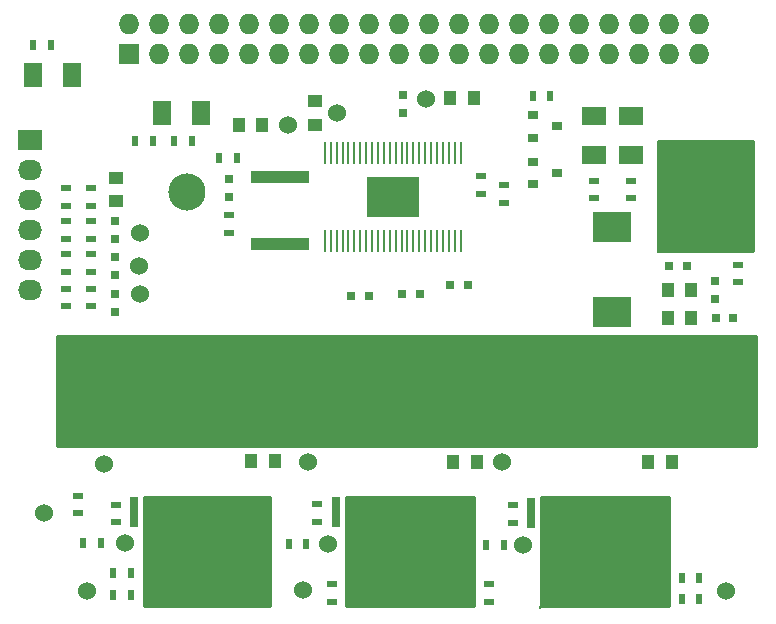
<source format=gbr>
G04 #@! TF.FileFunction,Soldermask,Top*
%FSLAX46Y46*%
G04 Gerber Fmt 4.6, Leading zero omitted, Abs format (unit mm)*
G04 Created by KiCad (PCBNEW (2015-05-26 BZR 5684)-product) date Wed 21 Oct 2015 04:34:03 PM PDT*
%MOMM*%
G01*
G04 APERTURE LIST*
%ADD10C,0.100000*%
%ADD11C,0.200000*%
%ADD12R,0.279400X1.981200*%
%ADD13R,4.417060X3.479800*%
%ADD14C,3.149600*%
%ADD15R,1.000000X1.250000*%
%ADD16R,1.250000X1.000000*%
%ADD17R,5.000000X1.000000*%
%ADD18R,1.524000X2.032000*%
%ADD19R,2.032000X1.524000*%
%ADD20R,3.200000X2.600000*%
%ADD21R,2.032000X1.727200*%
%ADD22O,2.032000X1.727200*%
%ADD23R,1.727200X1.727200*%
%ADD24O,1.727200X1.727200*%
%ADD25R,0.899160X0.797560*%
%ADD26R,10.160000X7.620000*%
%ADD27R,0.700000X2.540000*%
%ADD28R,0.500000X0.900000*%
%ADD29R,0.900000X0.500000*%
%ADD30C,1.524000*%
%ADD31R,0.750000X0.800000*%
%ADD32R,0.800000X0.750000*%
%ADD33C,0.254000*%
G04 APERTURE END LIST*
D10*
D11*
X174371000Y-90424000D02*
X174371000Y-90297000D01*
X164338000Y-120523000D02*
X164338000Y-120396000D01*
D12*
X157627020Y-82042000D03*
X157126640Y-82042000D03*
X156628800Y-82042000D03*
X156128420Y-82042000D03*
X155628040Y-82042000D03*
X155127660Y-82042000D03*
X154627280Y-82042000D03*
X154126900Y-82042000D03*
X153626520Y-82042000D03*
X153128680Y-82042000D03*
X152628300Y-82042000D03*
X152127920Y-82042000D03*
X151630080Y-82042000D03*
X151129700Y-82042000D03*
X150629320Y-82042000D03*
X150131480Y-82042000D03*
X149631100Y-82042000D03*
X149130720Y-82042000D03*
X148630340Y-82042000D03*
X148129960Y-82042000D03*
X147629580Y-82042000D03*
X147129200Y-82042000D03*
X146631360Y-82042000D03*
X146130980Y-82042000D03*
X146130980Y-89484200D03*
X146631360Y-89484200D03*
X147129200Y-89484200D03*
X147629580Y-89484200D03*
X148129960Y-89484200D03*
X148630340Y-89484200D03*
X149130720Y-89484200D03*
X149631100Y-89484200D03*
X150131480Y-89484200D03*
X150629320Y-89484200D03*
X151129700Y-89484200D03*
X151630080Y-89484200D03*
X152127920Y-89484200D03*
X152628300Y-89484200D03*
X153128680Y-89484200D03*
X153626520Y-89484200D03*
X154126900Y-89484200D03*
X154627280Y-89484200D03*
X155127660Y-89484200D03*
X155628040Y-89484200D03*
X156128420Y-89484200D03*
X156628800Y-89484200D03*
X157126640Y-89484200D03*
X157627020Y-89484200D03*
D13*
X151879000Y-85763100D03*
D14*
X169926000Y-115951000D03*
X153416000Y-116078000D03*
X136017000Y-115951000D03*
X126238000Y-101727000D03*
X179578000Y-102298000D03*
X178181000Y-85407500D03*
D15*
X156734000Y-77343000D03*
X158734000Y-77343000D03*
D16*
X145288000Y-79613000D03*
X145288000Y-77613000D03*
D15*
X140827000Y-79629000D03*
X138827000Y-79629000D03*
D17*
X142367000Y-89668000D03*
X142367000Y-84068000D03*
D15*
X173523000Y-108166000D03*
X175523000Y-108166000D03*
X156975000Y-108128000D03*
X158975000Y-108128000D03*
X139881000Y-108077000D03*
X141881000Y-108077000D03*
D16*
X128460000Y-84090000D03*
X128460000Y-86090000D03*
D15*
X177149000Y-96012000D03*
X175149000Y-96012000D03*
X177149000Y-93599000D03*
X175149000Y-93599000D03*
D18*
X135636000Y-78613000D03*
X132334000Y-78613000D03*
D19*
X172085000Y-82169000D03*
X172085000Y-78867000D03*
X168910000Y-82169000D03*
X168910000Y-78867000D03*
D18*
X121437000Y-75438000D03*
X124739000Y-75438000D03*
D20*
X170434000Y-88271800D03*
X170434000Y-95471800D03*
D21*
X121209000Y-80873600D03*
D22*
X121209000Y-83413600D03*
X121209000Y-85953600D03*
X121209000Y-88493600D03*
X121209000Y-91033600D03*
X121209000Y-93573600D03*
D23*
X129540000Y-73660000D03*
D24*
X129540000Y-71120000D03*
X132080000Y-73660000D03*
X132080000Y-71120000D03*
X134620000Y-73660000D03*
X134620000Y-71120000D03*
X137160000Y-73660000D03*
X137160000Y-71120000D03*
X139700000Y-73660000D03*
X139700000Y-71120000D03*
X142240000Y-73660000D03*
X142240000Y-71120000D03*
X144780000Y-73660000D03*
X144780000Y-71120000D03*
X147320000Y-73660000D03*
X147320000Y-71120000D03*
X149860000Y-73660000D03*
X149860000Y-71120000D03*
X152400000Y-73660000D03*
X152400000Y-71120000D03*
X154940000Y-73660000D03*
X154940000Y-71120000D03*
X157480000Y-73660000D03*
X157480000Y-71120000D03*
X160020000Y-73660000D03*
X160020000Y-71120000D03*
X162560000Y-73660000D03*
X162560000Y-71120000D03*
X165100000Y-73660000D03*
X165100000Y-71120000D03*
X167640000Y-73660000D03*
X167640000Y-71120000D03*
X170180000Y-73660000D03*
X170180000Y-71120000D03*
X172720000Y-73660000D03*
X172720000Y-71120000D03*
X175260000Y-73660000D03*
X175260000Y-71120000D03*
X177800000Y-73660000D03*
X177800000Y-71120000D03*
D25*
X163720780Y-82743040D03*
X163720780Y-84642960D03*
X165818820Y-83693000D03*
X163720780Y-78806040D03*
X163720780Y-80705960D03*
X165818820Y-79756000D03*
D26*
X167386000Y-102933000D03*
D27*
X163576000Y-112458000D03*
X164846000Y-112458000D03*
X166116000Y-112458000D03*
X168656000Y-112458000D03*
X169926000Y-112458000D03*
X171196000Y-112458000D03*
D26*
X150876000Y-102870000D03*
D27*
X147066000Y-112395000D03*
X148336000Y-112395000D03*
X149606000Y-112395000D03*
X152146000Y-112395000D03*
X153416000Y-112395000D03*
X154686000Y-112395000D03*
D26*
X133794000Y-102870000D03*
D27*
X129984000Y-112395000D03*
X131254000Y-112395000D03*
X132524000Y-112395000D03*
X135064000Y-112395000D03*
X136334000Y-112395000D03*
X137604000Y-112395000D03*
D28*
X163715000Y-77216000D03*
X165215000Y-77216000D03*
D29*
X161290000Y-86221000D03*
X161290000Y-84721000D03*
D28*
X177839000Y-119786000D03*
X176339000Y-119786000D03*
D29*
X146710000Y-120028000D03*
X146710000Y-118528000D03*
D28*
X128180000Y-119431000D03*
X129680000Y-119431000D03*
D29*
X162052000Y-113323000D03*
X162052000Y-111823000D03*
D28*
X159778000Y-115164000D03*
X161278000Y-115164000D03*
D29*
X145491000Y-113221000D03*
X145491000Y-111721000D03*
D28*
X177839000Y-117958000D03*
X176339000Y-117958000D03*
D29*
X160071000Y-119978000D03*
X160071000Y-118478000D03*
D28*
X128180000Y-117551000D03*
X129680000Y-117551000D03*
X143065000Y-115113000D03*
X144565000Y-115113000D03*
D29*
X125222000Y-111010000D03*
X125222000Y-112510000D03*
X128473000Y-113272000D03*
X128473000Y-111772000D03*
D28*
X125691000Y-115011000D03*
X127191000Y-115011000D03*
D29*
X124206000Y-84975000D03*
X124206000Y-86475000D03*
X126365000Y-84975000D03*
X126365000Y-86475000D03*
X124206000Y-87769000D03*
X124206000Y-89269000D03*
X124206000Y-90563000D03*
X124206000Y-92063000D03*
X124206000Y-93484000D03*
X124206000Y-94984000D03*
X126365000Y-87769000D03*
X126365000Y-89269000D03*
X126365000Y-90563000D03*
X126365000Y-92063000D03*
X126365000Y-93484000D03*
X126365000Y-94984000D03*
X138049000Y-87261000D03*
X138049000Y-88761000D03*
D28*
X130060000Y-81026000D03*
X131560000Y-81026000D03*
X138672000Y-82423000D03*
X137172000Y-82423000D03*
X121424000Y-72847200D03*
X122924000Y-72847200D03*
D29*
X181102000Y-92952000D03*
X181102000Y-91452000D03*
D30*
X154686000Y-77470000D03*
X147193000Y-78613000D03*
X143002000Y-79629000D03*
X162916000Y-115164000D03*
X125984000Y-119114000D03*
X161138000Y-108179000D03*
X144272000Y-118999000D03*
X180086000Y-119126000D03*
X146406000Y-115113000D03*
X144729000Y-108153000D03*
X122351800Y-112471200D03*
X129235000Y-115011000D03*
X127406000Y-108356000D03*
X130492000Y-88773000D03*
X130429000Y-91567000D03*
X130492000Y-93980000D03*
D31*
X152781000Y-78601000D03*
X152781000Y-77101000D03*
D32*
X179209000Y-96012000D03*
X180709000Y-96012000D03*
X158230000Y-93218000D03*
X156730000Y-93218000D03*
X154166000Y-93980000D03*
X152666000Y-93980000D03*
X149848000Y-94107000D03*
X148348000Y-94107000D03*
D31*
X128334000Y-87769000D03*
X128334000Y-89269000D03*
X128334000Y-90817000D03*
X128334000Y-92317000D03*
X128334000Y-93928500D03*
X128334000Y-95428500D03*
X138049000Y-85713000D03*
X138049000Y-84213000D03*
D32*
X176772000Y-91567000D03*
X175272000Y-91567000D03*
D31*
X179197000Y-94349000D03*
X179197000Y-92849000D03*
D28*
X134862000Y-81026000D03*
X133362000Y-81026000D03*
D29*
X172085000Y-84340000D03*
X172085000Y-85840000D03*
X168910000Y-84340000D03*
X168910000Y-85840000D03*
X159385000Y-85459000D03*
X159385000Y-83959000D03*
D14*
X134493000Y-85344000D03*
D33*
G36*
X182626000Y-106807000D02*
X123444000Y-106807000D01*
X123444000Y-97536000D01*
X182626000Y-97536000D01*
X182626000Y-106807000D01*
X182626000Y-106807000D01*
G37*
X182626000Y-106807000D02*
X123444000Y-106807000D01*
X123444000Y-97536000D01*
X182626000Y-97536000D01*
X182626000Y-106807000D01*
G36*
X182372000Y-90297000D02*
X174371000Y-90297000D01*
X174371000Y-81026000D01*
X182372000Y-81026000D01*
X182372000Y-90297000D01*
X182372000Y-90297000D01*
G37*
X182372000Y-90297000D02*
X174371000Y-90297000D01*
X174371000Y-81026000D01*
X182372000Y-81026000D01*
X182372000Y-90297000D01*
G36*
X141478000Y-120396000D02*
X130810000Y-120396000D01*
X130810000Y-111125000D01*
X141478000Y-111125000D01*
X141478000Y-120396000D01*
X141478000Y-120396000D01*
G37*
X141478000Y-120396000D02*
X130810000Y-120396000D01*
X130810000Y-111125000D01*
X141478000Y-111125000D01*
X141478000Y-120396000D01*
G36*
X158750000Y-120396000D02*
X147955000Y-120396000D01*
X147955000Y-111125000D01*
X158750000Y-111125000D01*
X158750000Y-120396000D01*
X158750000Y-120396000D01*
G37*
X158750000Y-120396000D02*
X147955000Y-120396000D01*
X147955000Y-111125000D01*
X158750000Y-111125000D01*
X158750000Y-120396000D01*
G36*
X175260000Y-120396000D02*
X164592000Y-120396000D01*
X164465000Y-120396000D01*
X164465000Y-111125000D01*
X175260000Y-111125000D01*
X175260000Y-120396000D01*
X175260000Y-120396000D01*
G37*
X175260000Y-120396000D02*
X164592000Y-120396000D01*
X164465000Y-120396000D01*
X164465000Y-111125000D01*
X175260000Y-111125000D01*
X175260000Y-120396000D01*
M02*

</source>
